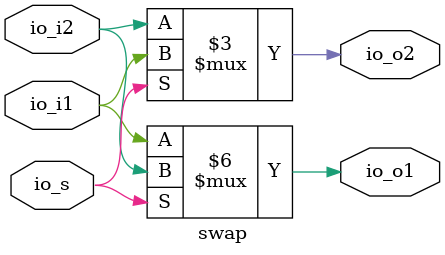
<source format=v>
module swap(
    input wire io_i1,
    input wire io_i2,
    input wire io_s,
    output reg io_o1,
    output reg io_o2
);
always @(*) begin
    if (io_s) begin
        io_o1 = io_i2;
        io_o2 = io_i1;
    end else begin
        io_o1 = io_i1;
        io_o2 = io_i2;    
    end
end
endmodule
</source>
